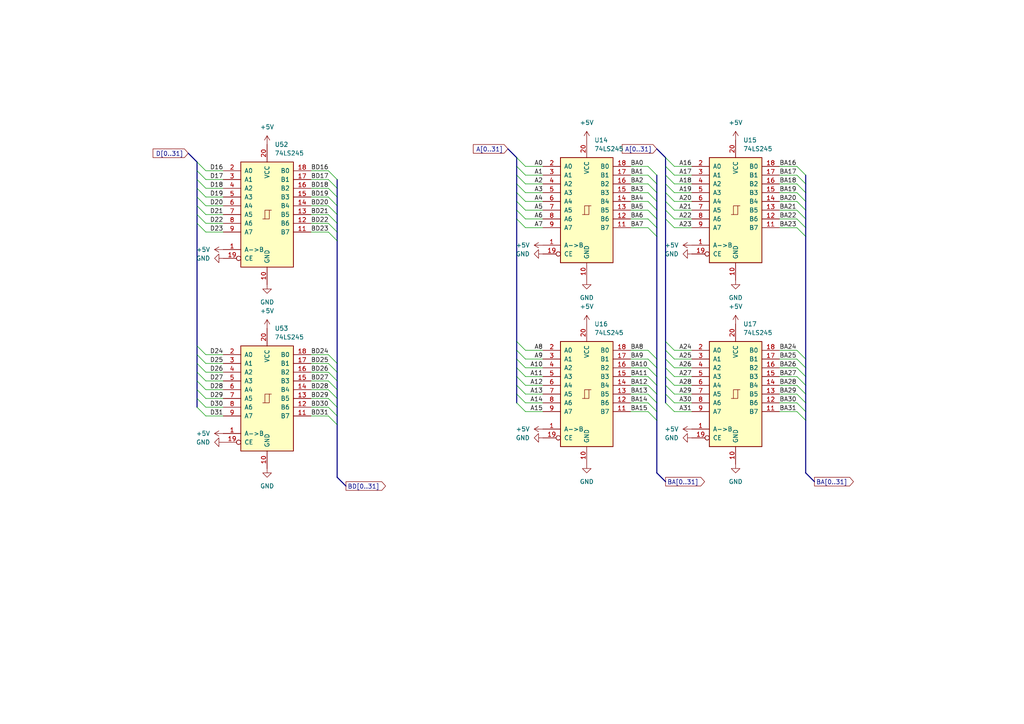
<source format=kicad_sch>
(kicad_sch (version 20231120) (generator "eeschema") (generator_version "8.0")
  (paper "A4")
  (lib_symbols
    (symbol "74xx:74LS245" (pin_names (offset 1.016))
      (property "Reference" "U" (at -7.62 16.51 0))
      (property "Value" "74LS245" (at -7.62 -16.51 0))
      (symbol "74LS245_1_0"
        (polyline (pts (xy -0.635 -1.27) (xy -0.635 1.27) (xy 0.635 1.27)))
        (polyline (pts (xy -1.27 -1.27) (xy 0.635 -1.27) (xy 0.635 1.27) (xy 1.27 1.27)))
        (pin input line (at -12.7 -10.16 0) (length 5.08) (name "A->B") (number "1"))
        (pin power_in line (at 0 -20.32 90) (length 5.08) (name "GND") (number "10"))
        (pin tri_state line (at 12.7 -5.08 180) (length 5.08) (name "B7") (number "11"))
        (pin tri_state line (at 12.7 -2.54 180) (length 5.08) (name "B6") (number "12"))
        (pin tri_state line (at 12.7 0 180) (length 5.08) (name "B5") (number "13"))
        (pin tri_state line (at 12.7 2.54 180) (length 5.08) (name "B4") (number "14"))
        (pin tri_state line (at 12.7 5.08 180) (length 5.08) (name "B3") (number "15"))
        (pin tri_state line (at 12.7 7.62 180) (length 5.08) (name "B2") (number "16"))
        (pin tri_state line (at 12.7 10.16 180) (length 5.08) (name "B1") (number "17"))
        (pin tri_state line (at 12.7 12.7 180) (length 5.08) (name "B0") (number "18"))
        (pin input inverted (at -12.7 -12.7 0) (length 5.08) (name "CE") (number "19"))
        (pin tri_state line (at -12.7 12.7 0) (length 5.08) (name "A0") (number "2"))
        (pin power_in line (at 0 20.32 270) (length 5.08) (name "VCC") (number "20"))
        (pin tri_state line (at -12.7 10.16 0) (length 5.08) (name "A1") (number "3"))
        (pin tri_state line (at -12.7 7.62 0) (length 5.08) (name "A2") (number "4"))
        (pin tri_state line (at -12.7 5.08 0) (length 5.08) (name "A3") (number "5"))
        (pin tri_state line (at -12.7 2.54 0) (length 5.08) (name "A4") (number "6"))
        (pin tri_state line (at -12.7 0 0) (length 5.08) (name "A5") (number "7"))
        (pin tri_state line (at -12.7 -2.54 0) (length 5.08) (name "A6") (number "8"))
        (pin tri_state line (at -12.7 -5.08 0) (length 5.08) (name "A7") (number "9"))
      )
      (symbol "74LS245_1_1"
        (rectangle (start -7.62 15.24) (end 7.62 -15.24) (stroke (width 0.254)) (fill (type background)))
      )
    )
    (symbol "power:+5V" (power) (pin_names (offset 0))
      (property "Value" "+5V" (at 0 3.556 0))
      (symbol "+5V_0_1"
        (polyline (pts (xy -0.762 1.27) (xy 0 2.54)))
        (polyline (pts (xy 0 0) (xy 0 2.54)))
        (polyline (pts (xy 0 2.54) (xy 0.762 1.27)))
      )
      (symbol "+5V_1_1"
        (pin power_in line (at 0 0 90) (length 0) hide (name "+5V") (number "1"))
      )
    )
    (symbol "power:GND" (power) (pin_names (offset 0))
      (property "Value" "GND" (at 0 -3.81 0))
      (symbol "GND_0_1"
        (polyline (pts (xy 0 0) (xy 0 -1.27) (xy 1.27 -1.27) (xy 0 -2.54) (xy -1.27 -1.27) (xy 0 -1.27)))
      )
      (symbol "GND_1_1"
        (pin power_in line (at 0 0 270) (length 0) hide (name "GND") (number "1"))
      )
    )
  )
  (bus_entry (at 152.4 114.3) (size -2.54 -2.54))
  (bus_entry (at 231.14 106.68) (size 2.54 2.54))
  (bus_entry (at 95.25 62.23) (size 2.54 2.54))
  (bus_entry (at 152.4 58.42) (size -2.54 -2.54))
  (bus_entry (at 152.4 104.14) (size -2.54 -2.54))
  (bus_entry (at 95.25 113.03) (size 2.54 2.54))
  (bus_entry (at 231.14 50.8) (size 2.54 2.54))
  (bus_entry (at 187.96 55.88) (size 2.54 2.54))
  (bus_entry (at 95.25 59.69) (size 2.54 2.54))
  (bus_entry (at 195.58 111.76) (size -2.54 -2.54))
  (bus_entry (at 152.4 48.26) (size -2.54 -2.54))
  (bus_entry (at 195.58 104.14) (size -2.54 -2.54))
  (bus_entry (at 231.14 111.76) (size 2.54 2.54))
  (bus_entry (at 95.25 107.95) (size 2.54 2.54))
  (bus_entry (at 152.4 60.96) (size -2.54 -2.54))
  (bus_entry (at 152.4 109.22) (size -2.54 -2.54))
  (bus_entry (at 187.96 114.3) (size 2.54 2.54))
  (bus_entry (at 187.96 101.6) (size 2.54 2.54))
  (bus_entry (at 59.69 113.03) (size -2.54 -2.54))
  (bus_entry (at 187.96 109.22) (size 2.54 2.54))
  (bus_entry (at 195.58 114.3) (size -2.54 -2.54))
  (bus_entry (at 187.96 63.5) (size 2.54 2.54))
  (bus_entry (at 187.96 116.84) (size 2.54 2.54))
  (bus_entry (at 231.14 101.6) (size 2.54 2.54))
  (bus_entry (at 195.58 119.38) (size -2.54 -2.54))
  (bus_entry (at 95.25 105.41) (size 2.54 2.54))
  (bus_entry (at 187.96 60.96) (size 2.54 2.54))
  (bus_entry (at 152.4 50.8) (size -2.54 -2.54))
  (bus_entry (at 231.14 114.3) (size 2.54 2.54))
  (bus_entry (at 187.96 104.14) (size 2.54 2.54))
  (bus_entry (at 187.96 48.26) (size 2.54 2.54))
  (bus_entry (at 231.14 60.96) (size 2.54 2.54))
  (bus_entry (at 59.69 102.87) (size -2.54 -2.54))
  (bus_entry (at 187.96 50.8) (size 2.54 2.54))
  (bus_entry (at 195.58 66.04) (size -2.54 -2.54))
  (bus_entry (at 95.25 64.77) (size 2.54 2.54))
  (bus_entry (at 95.25 57.15) (size 2.54 2.54))
  (bus_entry (at 195.58 116.84) (size -2.54 -2.54))
  (bus_entry (at 59.69 52.07) (size -2.54 -2.54))
  (bus_entry (at 152.4 111.76) (size -2.54 -2.54))
  (bus_entry (at 187.96 66.04) (size 2.54 2.54))
  (bus_entry (at 187.96 106.68) (size 2.54 2.54))
  (bus_entry (at 59.69 64.77) (size -2.54 -2.54))
  (bus_entry (at 152.4 106.68) (size -2.54 -2.54))
  (bus_entry (at 152.4 66.04) (size -2.54 -2.54))
  (bus_entry (at 187.96 111.76) (size 2.54 2.54))
  (bus_entry (at 195.58 55.88) (size -2.54 -2.54))
  (bus_entry (at 195.58 63.5) (size -2.54 -2.54))
  (bus_entry (at 95.25 54.61) (size 2.54 2.54))
  (bus_entry (at 59.69 57.15) (size -2.54 -2.54))
  (bus_entry (at 95.25 120.65) (size 2.54 2.54))
  (bus_entry (at 152.4 55.88) (size -2.54 -2.54))
  (bus_entry (at 231.14 104.14) (size 2.54 2.54))
  (bus_entry (at 95.25 110.49) (size 2.54 2.54))
  (bus_entry (at 59.69 54.61) (size -2.54 -2.54))
  (bus_entry (at 59.69 62.23) (size -2.54 -2.54))
  (bus_entry (at 152.4 53.34) (size -2.54 -2.54))
  (bus_entry (at 95.25 102.87) (size 2.54 2.54))
  (bus_entry (at 195.58 58.42) (size -2.54 -2.54))
  (bus_entry (at 195.58 53.34) (size -2.54 -2.54))
  (bus_entry (at 152.4 101.6) (size -2.54 -2.54))
  (bus_entry (at 231.14 119.38) (size 2.54 2.54))
  (bus_entry (at 231.14 116.84) (size 2.54 2.54))
  (bus_entry (at 59.69 67.31) (size -2.54 -2.54))
  (bus_entry (at 59.69 59.69) (size -2.54 -2.54))
  (bus_entry (at 231.14 48.26) (size 2.54 2.54))
  (bus_entry (at 195.58 106.68) (size -2.54 -2.54))
  (bus_entry (at 152.4 116.84) (size -2.54 -2.54))
  (bus_entry (at 59.69 107.95) (size -2.54 -2.54))
  (bus_entry (at 195.58 50.8) (size -2.54 -2.54))
  (bus_entry (at 59.69 115.57) (size -2.54 -2.54))
  (bus_entry (at 187.96 53.34) (size 2.54 2.54))
  (bus_entry (at 195.58 101.6) (size -2.54 -2.54))
  (bus_entry (at 59.69 120.65) (size -2.54 -2.54))
  (bus_entry (at 187.96 119.38) (size 2.54 2.54))
  (bus_entry (at 152.4 119.38) (size -2.54 -2.54))
  (bus_entry (at 59.69 118.11) (size -2.54 -2.54))
  (bus_entry (at 95.25 49.53) (size 2.54 2.54))
  (bus_entry (at 95.25 118.11) (size 2.54 2.54))
  (bus_entry (at 95.25 52.07) (size 2.54 2.54))
  (bus_entry (at 59.69 105.41) (size -2.54 -2.54))
  (bus_entry (at 231.14 63.5) (size 2.54 2.54))
  (bus_entry (at 95.25 115.57) (size 2.54 2.54))
  (bus_entry (at 59.69 49.53) (size -2.54 -2.54))
  (bus_entry (at 187.96 58.42) (size 2.54 2.54))
  (bus_entry (at 195.58 48.26) (size -2.54 -2.54))
  (bus_entry (at 231.14 109.22) (size 2.54 2.54))
  (bus_entry (at 195.58 60.96) (size -2.54 -2.54))
  (bus_entry (at 59.69 110.49) (size -2.54 -2.54))
  (bus_entry (at 231.14 55.88) (size 2.54 2.54))
  (bus_entry (at 195.58 109.22) (size -2.54 -2.54))
  (bus_entry (at 231.14 66.04) (size 2.54 2.54))
  (bus_entry (at 152.4 63.5) (size -2.54 -2.54))
  (bus_entry (at 95.25 67.31) (size 2.54 2.54))
  (bus_entry (at 231.14 58.42) (size 2.54 2.54))
  (bus_entry (at 231.14 53.34) (size 2.54 2.54))
  (bus (pts (xy 149.86 60.96) (xy 149.86 63.5)))
  (wire (pts (xy 187.96 106.68) (xy 182.88 106.68)))
  (bus (pts (xy 193.04 55.88) (xy 193.04 58.42)))
  (wire (pts (xy 187.96 101.6) (xy 182.88 101.6)))
  (bus (pts (xy 233.68 68.58) (xy 233.68 104.14)))
  (wire (pts (xy 95.25 110.49) (xy 90.17 110.49)))
  (bus (pts (xy 97.79 67.31) (xy 97.79 69.85)))
  (wire (pts (xy 95.25 115.57) (xy 90.17 115.57)))
  (bus (pts (xy 190.5 66.04) (xy 190.5 68.58)))
  (bus (pts (xy 97.79 57.15) (xy 97.79 59.69)))
  (wire (pts (xy 59.69 120.65) (xy 64.77 120.65)))
  (bus (pts (xy 190.5 50.8) (xy 190.5 53.34)))
  (bus (pts (xy 57.15 49.53) (xy 57.15 52.07)))
  (wire (pts (xy 195.58 109.22) (xy 200.66 109.22)))
  (bus (pts (xy 193.04 106.68) (xy 193.04 104.14)))
  (bus (pts (xy 57.15 52.07) (xy 57.15 54.61)))
  (bus (pts (xy 97.79 52.07) (xy 97.79 54.61)))
  (wire (pts (xy 195.58 106.68) (xy 200.66 106.68)))
  (wire (pts (xy 187.96 114.3) (xy 182.88 114.3)))
  (wire (pts (xy 95.25 113.03) (xy 90.17 113.03)))
  (bus (pts (xy 97.79 113.03) (xy 97.79 115.57)))
  (bus (pts (xy 57.15 46.99) (xy 57.15 49.53)))
  (wire (pts (xy 195.58 119.38) (xy 200.66 119.38)))
  (bus (pts (xy 149.86 53.34) (xy 149.86 55.88)))
  (wire (pts (xy 152.4 58.42) (xy 157.48 58.42)))
  (wire (pts (xy 59.69 115.57) (xy 64.77 115.57)))
  (wire (pts (xy 59.69 113.03) (xy 64.77 113.03)))
  (wire (pts (xy 187.96 60.96) (xy 182.88 60.96)))
  (bus (pts (xy 193.04 58.42) (xy 193.04 60.96)))
  (wire (pts (xy 195.58 60.96) (xy 200.66 60.96)))
  (bus (pts (xy 193.04 109.22) (xy 193.04 106.68)))
  (bus (pts (xy 57.15 118.11) (xy 57.15 115.57)))
  (bus (pts (xy 149.86 111.76) (xy 149.86 114.3)))
  (bus (pts (xy 97.79 59.69) (xy 97.79 62.23)))
  (wire (pts (xy 195.58 116.84) (xy 200.66 116.84)))
  (wire (pts (xy 59.69 62.23) (xy 64.77 62.23)))
  (wire (pts (xy 187.96 66.04) (xy 182.88 66.04)))
  (wire (pts (xy 187.96 50.8) (xy 182.88 50.8)))
  (bus (pts (xy 149.86 114.3) (xy 149.86 116.84)))
  (wire (pts (xy 152.4 114.3) (xy 157.48 114.3)))
  (wire (pts (xy 95.25 64.77) (xy 90.17 64.77)))
  (wire (pts (xy 231.14 50.8) (xy 226.06 50.8)))
  (bus (pts (xy 193.04 116.84) (xy 193.04 114.3)))
  (bus (pts (xy 193.04 111.76) (xy 193.04 109.22)))
  (wire (pts (xy 59.69 102.87) (xy 64.77 102.87)))
  (wire (pts (xy 59.69 105.41) (xy 64.77 105.41)))
  (wire (pts (xy 231.14 104.14) (xy 226.06 104.14)))
  (wire (pts (xy 95.25 54.61) (xy 90.17 54.61)))
  (bus (pts (xy 57.15 62.23) (xy 57.15 64.77)))
  (wire (pts (xy 95.25 107.95) (xy 90.17 107.95)))
  (wire (pts (xy 231.14 119.38) (xy 226.06 119.38)))
  (bus (pts (xy 149.86 58.42) (xy 149.86 60.96)))
  (bus (pts (xy 97.79 110.49) (xy 97.79 113.03)))
  (bus (pts (xy 149.86 45.72) (xy 149.86 48.26)))
  (bus (pts (xy 57.15 46.99) (xy 54.61 44.45)))
  (wire (pts (xy 152.4 60.96) (xy 157.48 60.96)))
  (bus (pts (xy 233.68 114.3) (xy 233.68 116.84)))
  (wire (pts (xy 187.96 109.22) (xy 182.88 109.22)))
  (wire (pts (xy 195.58 66.04) (xy 200.66 66.04)))
  (bus (pts (xy 233.68 116.84) (xy 233.68 119.38)))
  (bus (pts (xy 193.04 45.72) (xy 193.04 48.26)))
  (bus (pts (xy 233.68 106.68) (xy 233.68 109.22)))
  (wire (pts (xy 231.14 109.22) (xy 226.06 109.22)))
  (bus (pts (xy 190.5 63.5) (xy 190.5 66.04)))
  (wire (pts (xy 59.69 49.53) (xy 64.77 49.53)))
  (wire (pts (xy 95.25 57.15) (xy 90.17 57.15)))
  (wire (pts (xy 187.96 48.26) (xy 182.88 48.26)))
  (bus (pts (xy 97.79 115.57) (xy 97.79 118.11)))
  (bus (pts (xy 97.79 123.19) (xy 97.79 138.43)))
  (wire (pts (xy 187.96 111.76) (xy 182.88 111.76)))
  (bus (pts (xy 233.68 104.14) (xy 233.68 106.68)))
  (bus (pts (xy 97.79 62.23) (xy 97.79 64.77)))
  (bus (pts (xy 57.15 64.77) (xy 57.15 100.33)))
  (wire (pts (xy 187.96 63.5) (xy 182.88 63.5)))
  (wire (pts (xy 95.25 67.31) (xy 90.17 67.31)))
  (wire (pts (xy 152.4 109.22) (xy 157.48 109.22)))
  (bus (pts (xy 57.15 57.15) (xy 57.15 59.69)))
  (wire (pts (xy 231.14 48.26) (xy 226.06 48.26)))
  (bus (pts (xy 193.04 60.96) (xy 193.04 63.5)))
  (wire (pts (xy 195.58 50.8) (xy 200.66 50.8)))
  (wire (pts (xy 231.14 60.96) (xy 226.06 60.96)))
  (bus (pts (xy 190.5 106.68) (xy 190.5 109.22)))
  (wire (pts (xy 231.14 58.42) (xy 226.06 58.42)))
  (wire (pts (xy 59.69 54.61) (xy 64.77 54.61)))
  (wire (pts (xy 231.14 111.76) (xy 226.06 111.76)))
  (wire (pts (xy 59.69 67.31) (xy 64.77 67.31)))
  (wire (pts (xy 152.4 111.76) (xy 157.48 111.76)))
  (bus (pts (xy 193.04 53.34) (xy 193.04 55.88)))
  (bus (pts (xy 233.68 53.34) (xy 233.68 55.88)))
  (wire (pts (xy 187.96 116.84) (xy 182.88 116.84)))
  (wire (pts (xy 195.58 104.14) (xy 200.66 104.14)))
  (bus (pts (xy 193.04 104.14) (xy 193.04 101.6)))
  (wire (pts (xy 95.25 102.87) (xy 90.17 102.87)))
  (bus (pts (xy 190.5 104.14) (xy 190.5 106.68)))
  (bus (pts (xy 57.15 102.87) (xy 57.15 100.33)))
  (bus (pts (xy 97.79 69.85) (xy 97.79 105.41)))
  (bus (pts (xy 193.04 48.26) (xy 193.04 50.8)))
  (bus (pts (xy 233.68 60.96) (xy 233.68 63.5)))
  (wire (pts (xy 195.58 48.26) (xy 200.66 48.26)))
  (bus (pts (xy 233.68 58.42) (xy 233.68 60.96)))
  (bus (pts (xy 149.86 50.8) (xy 149.86 53.34)))
  (bus (pts (xy 233.68 55.88) (xy 233.68 58.42)))
  (bus (pts (xy 149.86 55.88) (xy 149.86 58.42)))
  (bus (pts (xy 233.68 50.8) (xy 233.68 53.34)))
  (bus (pts (xy 57.15 110.49) (xy 57.15 107.95)))
  (bus (pts (xy 190.5 109.22) (xy 190.5 111.76)))
  (wire (pts (xy 231.14 66.04) (xy 226.06 66.04)))
  (wire (pts (xy 152.4 53.34) (xy 157.48 53.34)))
  (wire (pts (xy 231.14 53.34) (xy 226.06 53.34)))
  (bus (pts (xy 149.86 99.06) (xy 149.86 101.6)))
  (bus (pts (xy 193.04 101.6) (xy 193.04 99.06)))
  (bus (pts (xy 190.5 116.84) (xy 190.5 119.38)))
  (bus (pts (xy 190.5 60.96) (xy 190.5 63.5)))
  (wire (pts (xy 152.4 119.38) (xy 157.48 119.38)))
  (bus (pts (xy 190.5 111.76) (xy 190.5 114.3)))
  (wire (pts (xy 59.69 59.69) (xy 64.77 59.69)))
  (bus (pts (xy 149.86 45.72) (xy 147.32 43.18)))
  (wire (pts (xy 152.4 101.6) (xy 157.48 101.6)))
  (bus (pts (xy 190.5 114.3) (xy 190.5 116.84)))
  (bus (pts (xy 233.68 111.76) (xy 233.68 114.3)))
  (wire (pts (xy 231.14 116.84) (xy 226.06 116.84)))
  (wire (pts (xy 95.25 52.07) (xy 90.17 52.07)))
  (wire (pts (xy 95.25 118.11) (xy 90.17 118.11)))
  (bus (pts (xy 193.04 50.8) (xy 193.04 53.34)))
  (bus (pts (xy 193.04 63.5) (xy 193.04 99.06)))
  (bus (pts (xy 97.79 138.43) (xy 100.33 140.97)))
  (wire (pts (xy 187.96 53.34) (xy 182.88 53.34)))
  (bus (pts (xy 149.86 109.22) (xy 149.86 111.76)))
  (bus (pts (xy 190.5 58.42) (xy 190.5 60.96)))
  (bus (pts (xy 57.15 107.95) (xy 57.15 105.41)))
  (bus (pts (xy 233.68 63.5) (xy 233.68 66.04)))
  (wire (pts (xy 152.4 48.26) (xy 157.48 48.26)))
  (bus (pts (xy 57.15 54.61) (xy 57.15 57.15)))
  (wire (pts (xy 59.69 118.11) (xy 64.77 118.11)))
  (wire (pts (xy 187.96 58.42) (xy 182.88 58.42)))
  (bus (pts (xy 190.5 55.88) (xy 190.5 58.42)))
  (bus (pts (xy 57.15 115.57) (xy 57.15 113.03)))
  (wire (pts (xy 195.58 58.42) (xy 200.66 58.42)))
  (bus (pts (xy 193.04 45.72) (xy 190.5 43.18)))
  (bus (pts (xy 190.5 119.38) (xy 190.5 121.92)))
  (wire (pts (xy 231.14 55.88) (xy 226.06 55.88)))
  (wire (pts (xy 195.58 114.3) (xy 200.66 114.3)))
  (wire (pts (xy 195.58 101.6) (xy 200.66 101.6)))
  (wire (pts (xy 95.25 105.41) (xy 90.17 105.41)))
  (wire (pts (xy 152.4 104.14) (xy 157.48 104.14)))
  (bus (pts (xy 97.79 105.41) (xy 97.79 107.95)))
  (bus (pts (xy 149.86 101.6) (xy 149.86 104.14)))
  (bus (pts (xy 57.15 113.03) (xy 57.15 110.49)))
  (bus (pts (xy 57.15 59.69) (xy 57.15 62.23)))
  (bus (pts (xy 233.68 119.38) (xy 233.68 121.92)))
  (wire (pts (xy 95.25 49.53) (xy 90.17 49.53)))
  (bus (pts (xy 190.5 68.58) (xy 190.5 104.14)))
  (wire (pts (xy 152.4 50.8) (xy 157.48 50.8)))
  (bus (pts (xy 149.86 106.68) (xy 149.86 109.22)))
  (wire (pts (xy 195.58 55.88) (xy 200.66 55.88)))
  (wire (pts (xy 59.69 64.77) (xy 64.77 64.77)))
  (bus (pts (xy 149.86 104.14) (xy 149.86 106.68)))
  (wire (pts (xy 59.69 107.95) (xy 64.77 107.95)))
  (wire (pts (xy 152.4 55.88) (xy 157.48 55.88)))
  (bus (pts (xy 233.68 137.16) (xy 236.22 139.7)))
  (bus (pts (xy 233.68 109.22) (xy 233.68 111.76)))
  (wire (pts (xy 152.4 63.5) (xy 157.48 63.5)))
  (bus (pts (xy 57.15 105.41) (xy 57.15 102.87)))
  (bus (pts (xy 149.86 63.5) (xy 149.86 99.06)))
  (bus (pts (xy 233.68 121.92) (xy 233.68 137.16)))
  (wire (pts (xy 95.25 62.23) (xy 90.17 62.23)))
  (bus (pts (xy 97.79 118.11) (xy 97.79 120.65)))
  (wire (pts (xy 59.69 110.49) (xy 64.77 110.49)))
  (wire (pts (xy 187.96 104.14) (xy 182.88 104.14)))
  (bus (pts (xy 97.79 64.77) (xy 97.79 67.31)))
  (wire (pts (xy 231.14 106.68) (xy 226.06 106.68)))
  (wire (pts (xy 152.4 116.84) (xy 157.48 116.84)))
  (wire (pts (xy 59.69 52.07) (xy 64.77 52.07)))
  (bus (pts (xy 190.5 137.16) (xy 193.04 139.7)))
  (wire (pts (xy 195.58 111.76) (xy 200.66 111.76)))
  (bus (pts (xy 97.79 120.65) (xy 97.79 123.19)))
  (bus (pts (xy 233.68 66.04) (xy 233.68 68.58)))
  (wire (pts (xy 187.96 119.38) (xy 182.88 119.38)))
  (wire (pts (xy 59.69 57.15) (xy 64.77 57.15)))
  (wire (pts (xy 95.25 120.65) (xy 90.17 120.65)))
  (wire (pts (xy 152.4 106.68) (xy 157.48 106.68)))
  (wire (pts (xy 231.14 63.5) (xy 226.06 63.5)))
  (wire (pts (xy 187.96 55.88) (xy 182.88 55.88)))
  (bus (pts (xy 190.5 121.92) (xy 190.5 137.16)))
  (wire (pts (xy 95.25 59.69) (xy 90.17 59.69)))
  (wire (pts (xy 195.58 63.5) (xy 200.66 63.5)))
  (wire (pts (xy 231.14 114.3) (xy 226.06 114.3)))
  (wire (pts (xy 152.4 66.04) (xy 157.48 66.04)))
  (bus (pts (xy 97.79 54.61) (xy 97.79 57.15)))
  (wire (pts (xy 195.58 53.34) (xy 200.66 53.34)))
  (bus (pts (xy 193.04 114.3) (xy 193.04 111.76)))
  (bus (pts (xy 149.86 48.26) (xy 149.86 50.8)))
  (wire (pts (xy 231.14 101.6) (xy 226.06 101.6)))
  (bus (pts (xy 97.79 107.95) (xy 97.79 110.49)))
  (bus (pts (xy 190.5 53.34) (xy 190.5 55.88)))
  (label "A3" (at 157.48 55.88 180))
  (label "A29" (at 200.66 114.3 180))
  (label "A11" (at 157.48 109.22 180))
  (label "A7" (at 157.48 66.04 180))
  (label "BA11" (at 182.88 109.22 0))
  (label "D23" (at 64.77 67.31 180))
  (label "D29" (at 64.77 115.57 180))
  (label "BA25" (at 226.06 104.14 0))
  (label "A18" (at 200.66 53.34 180))
  (label "BA17" (at 226.06 50.8 0))
  (label "BA24" (at 226.06 101.6 0))
  (label "BA26" (at 226.06 106.68 0))
  (label "BA22" (at 226.06 63.5 0))
  (label "D18" (at 64.77 54.61 180))
  (label "D22" (at 64.77 64.77 180))
  (label "A26" (at 200.66 106.68 180))
  (label "BA15" (at 182.88 119.38 0))
  (label "A10" (at 157.48 106.68 180))
  (label "BA20" (at 226.06 58.42 0))
  (label "A28" (at 200.66 111.76 180))
  (label "BD26" (at 90.17 107.95 0))
  (label "D17" (at 64.77 52.07 180))
  (label "BA30" (at 226.06 116.84 0))
  (label "A24" (at 200.66 101.6 180))
  (label "A17" (at 200.66 50.8 180))
  (label "A31" (at 200.66 119.38 180))
  (label "BA29" (at 226.06 114.3 0))
  (label "BA7" (at 182.88 66.04 0))
  (label "A5" (at 157.48 60.96 180))
  (label "A25" (at 200.66 104.14 180))
  (label "BA21" (at 226.06 60.96 0))
  (label "BD25" (at 90.17 105.41 0))
  (label "A1" (at 157.48 50.8 180))
  (label "BD31" (at 90.17 120.65 0))
  (label "BA14" (at 182.88 116.84 0))
  (label "A16" (at 200.66 48.26 180))
  (label "BD27" (at 90.17 110.49 0))
  (label "A14" (at 157.48 116.84 180))
  (label "BD24" (at 90.17 102.87 0))
  (label "A23" (at 200.66 66.04 180))
  (label "D25" (at 64.77 105.41 180))
  (label "D26" (at 64.77 107.95 180))
  (label "BD21" (at 90.17 62.23 0))
  (label "A27" (at 200.66 109.22 180))
  (label "BA12" (at 182.88 111.76 0))
  (label "A13" (at 157.48 114.3 180))
  (label "D20" (at 64.77 59.69 180))
  (label "A6" (at 157.48 63.5 180))
  (label "D27" (at 64.77 110.49 180))
  (label "A15" (at 157.48 119.38 180))
  (label "BA19" (at 226.06 55.88 0))
  (label "A20" (at 200.66 58.42 180))
  (label "BD30" (at 90.17 118.11 0))
  (label "BA1" (at 182.88 50.8 0))
  (label "BD19" (at 90.17 57.15 0))
  (label "BA10" (at 182.88 106.68 0))
  (label "A12" (at 157.48 111.76 180))
  (label "A21" (at 200.66 60.96 180))
  (label "BD28" (at 90.17 113.03 0))
  (label "A0" (at 157.48 48.26 180))
  (label "BA18" (at 226.06 53.34 0))
  (label "BD20" (at 90.17 59.69 0))
  (label "BD18" (at 90.17 54.61 0))
  (label "D24" (at 64.77 102.87 180))
  (label "BA8" (at 182.88 101.6 0))
  (label "BD16" (at 90.17 49.53 0))
  (label "D21" (at 64.77 62.23 180))
  (label "D16" (at 64.77 49.53 180))
  (label "D31" (at 64.77 120.65 180))
  (label "BA31" (at 226.06 119.38 0))
  (label "D19" (at 64.77 57.15 180))
  (label "BA5" (at 182.88 60.96 0))
  (label "BA13" (at 182.88 114.3 0))
  (label "BD29" (at 90.17 115.57 0))
  (label "BA28" (at 226.06 111.76 0))
  (label "A9" (at 157.48 104.14 180))
  (label "BA2" (at 182.88 53.34 0))
  (label "A8" (at 157.48 101.6 180))
  (label "A19" (at 200.66 55.88 180))
  (label "BA3" (at 182.88 55.88 0))
  (label "BA9" (at 182.88 104.14 0))
  (label "A30" (at 200.66 116.84 180))
  (label "BA0" (at 182.88 48.26 0))
  (label "A4" (at 157.48 58.42 180))
  (label "BA23" (at 226.06 66.04 0))
  (label "BA27" (at 226.06 109.22 0))
  (label "BA4" (at 182.88 58.42 0))
  (label "A22" (at 200.66 63.5 180))
  (label "BA16" (at 226.06 48.26 0))
  (label "A2" (at 157.48 53.34 180))
  (label "D28" (at 64.77 113.03 180))
  (label "D30" (at 64.77 118.11 180))
  (label "BA6" (at 182.88 63.5 0))
  (label "BD23" (at 90.17 67.31 0))
  (label "BD17" (at 90.17 52.07 0))
  (label "BD22" (at 90.17 64.77 0))
  (global_label "A[0..31]" (shape input) (at 190.5 43.18 180) (property "Intersheetrefs" "${INTERSHEET_REFS}" (effects (hide yes))))
  (global_label "BA[0..31]" (shape output) (at 236.22 139.7 0) (property "Intersheetrefs" "${INTERSHEET_REFS}" (effects (hide yes))))
  (global_label "BD[0..31]" (shape output) (at 100.33 140.97 0) (property "Intersheetrefs" "${INTERSHEET_REFS}" (effects (hide yes))))
  (global_label "A[0..31]" (shape input) (at 147.32 43.18 180) (property "Intersheetrefs" "${INTERSHEET_REFS}" (effects (hide yes))))
  (global_label "D[0..31]" (shape input) (at 54.61 44.45 180) (property "Intersheetrefs" "${INTERSHEET_REFS}" (effects (hide yes))))
  (global_label "BA[0..31]" (shape output) (at 193.04 139.7 0) (property "Intersheetrefs" "${INTERSHEET_REFS}" (effects (hide yes))))
  (symbol (lib_id "74xx:74LS245") (at 170.18 114.3 0) (unit 1)
    (property "Reference" "U16" (at 172.3741 93.98 0) (effects (justify left)))
    (property "Value" "74LS245" (at 172.3741 96.52 0) (effects (justify left)))
    (property "Footprint" "Package_DIP:DIP-20_W7.62mm_Socket" (effects (hide yes)))
    (property "Datasheet" "http://www.ti.com/lit/gpn/sn74LS245" (effects (hide yes)))
  )
  (symbol (lib_id "power:+5V") (at 64.77 72.39 90) (unit 1)
    (property "Reference" "#PWR0205" (effects (hide yes)))
    (property "Value" "+5V" (at 60.96 72.39 90) (effects (justify left)))
  )
  (symbol (lib_id "power:GND") (at 157.48 127 270) (mirror x) (unit 1)
    (property "Reference" "#PWR083" (effects (hide yes)))
    (property "Value" "GND" (at 153.67 127 90) (effects (justify right)))
  )
  (symbol (lib_id "power:+5V") (at 77.47 41.91 0) (unit 1)
    (property "Reference" "#PWR0169" (effects (hide yes)))
    (property "Value" "+5V" (at 77.47 36.83 0))
  )
  (symbol (lib_id "power:+5V") (at 170.18 93.98 0) (unit 1)
    (property "Reference" "#PWR080" (effects (hide yes)))
    (property "Value" "+5V" (at 170.18 88.9 0))
  )
  (symbol (lib_id "power:+5V") (at 170.18 40.64 0) (unit 1)
    (property "Reference" "#PWR074" (effects (hide yes)))
    (property "Value" "+5V" (at 170.18 35.56 0))
  )
  (symbol (lib_id "74xx:74LS245") (at 77.47 115.57 0) (unit 1)
    (property "Reference" "U53" (at 79.6641 95.25 0) (effects (justify left)))
    (property "Value" "74LS245" (at 79.6641 97.79 0) (effects (justify left)))
    (property "Footprint" "Package_DIP:DIP-20_W7.62mm_Socket" (effects (hide yes)))
    (property "Datasheet" "http://www.ti.com/lit/gpn/sn74LS245" (effects (hide yes)))
  )
  (symbol (lib_id "74xx:74LS245") (at 213.36 114.3 0) (unit 1)
    (property "Reference" "U17" (at 215.5541 93.98 0) (effects (justify left)))
    (property "Value" "74LS245" (at 215.5541 96.52 0) (effects (justify left)))
    (property "Footprint" "Package_DIP:DIP-20_W7.62mm_Socket" (effects (hide yes)))
    (property "Datasheet" "http://www.ti.com/lit/gpn/sn74LS245" (effects (hide yes)))
  )
  (symbol (lib_id "power:+5V") (at 64.77 125.73 90) (unit 1)
    (property "Reference" "#PWR0212" (effects (hide yes)))
    (property "Value" "+5V" (at 60.96 125.73 90) (effects (justify left)))
  )
  (symbol (lib_id "power:+5V") (at 77.47 95.25 0) (unit 1)
    (property "Reference" "#PWR0211" (effects (hide yes)))
    (property "Value" "+5V" (at 77.47 90.17 0))
  )
  (symbol (lib_id "power:GND") (at 64.77 128.27 270) (mirror x) (unit 1)
    (property "Reference" "#PWR0213" (effects (hide yes)))
    (property "Value" "GND" (at 60.96 128.27 90) (effects (justify right)))
  )
  (symbol (lib_id "power:GND") (at 213.36 134.62 0) (unit 1)
    (property "Reference" "#PWR085" (effects (hide yes)))
    (property "Value" "GND" (at 213.36 139.7 0))
  )
  (symbol (lib_id "power:+5V") (at 200.66 124.46 90) (unit 1)
    (property "Reference" "#PWR0203" (effects (hide yes)))
    (property "Value" "+5V" (at 196.85 124.46 90) (effects (justify left)))
  )
  (symbol (lib_id "power:GND") (at 157.48 73.66 270) (mirror x) (unit 1)
    (property "Reference" "#PWR076" (effects (hide yes)))
    (property "Value" "GND" (at 153.67 73.66 90) (effects (justify right)))
  )
  (symbol (lib_id "power:GND") (at 170.18 81.28 0) (unit 1)
    (property "Reference" "#PWR078" (effects (hide yes)))
    (property "Value" "GND" (at 170.18 86.36 0))
  )
  (symbol (lib_id "power:GND") (at 200.66 127 270) (mirror x) (unit 1)
    (property "Reference" "#PWR0206" (effects (hide yes)))
    (property "Value" "GND" (at 196.85 127 90) (effects (justify right)))
  )
  (symbol (lib_id "power:GND") (at 200.66 73.66 270) (mirror x) (unit 1)
    (property "Reference" "#PWR0210" (effects (hide yes)))
    (property "Value" "GND" (at 196.85 73.66 90) (effects (justify right)))
  )
  (symbol (lib_id "power:+5V") (at 213.36 93.98 0) (unit 1)
    (property "Reference" "#PWR081" (effects (hide yes)))
    (property "Value" "+5V" (at 213.36 88.9 0))
  )
  (symbol (lib_id "power:GND") (at 213.36 81.28 0) (unit 1)
    (property "Reference" "#PWR079" (effects (hide yes)))
    (property "Value" "GND" (at 213.36 86.36 0))
  )
  (symbol (lib_id "power:GND") (at 77.47 135.89 0) (unit 1)
    (property "Reference" "#PWR0214" (effects (hide yes)))
    (property "Value" "GND" (at 77.47 140.97 0))
  )
  (symbol (lib_id "74xx:74LS245") (at 170.18 60.96 0) (unit 1)
    (property "Reference" "U14" (at 172.3741 40.64 0) (effects (justify left)))
    (property "Value" "74LS245" (at 172.3741 43.18 0) (effects (justify left)))
    (property "Footprint" "Package_DIP:DIP-20_W7.62mm_Socket" (effects (hide yes)))
    (property "Datasheet" "http://www.ti.com/lit/gpn/sn74LS245" (effects (hide yes)))
  )
  (symbol (lib_id "power:+5V") (at 157.48 124.46 90) (unit 1)
    (property "Reference" "#PWR082" (effects (hide yes)))
    (property "Value" "+5V" (at 153.67 124.46 90) (effects (justify left)))
  )
  (symbol (lib_id "74xx:74LS245") (at 213.36 60.96 0) (unit 1)
    (property "Reference" "U15" (at 215.5541 40.64 0) (effects (justify left)))
    (property "Value" "74LS245" (at 215.5541 43.18 0) (effects (justify left)))
    (property "Footprint" "Package_DIP:DIP-20_W7.62mm_Socket" (effects (hide yes)))
    (property "Datasheet" "http://www.ti.com/lit/gpn/sn74LS245" (effects (hide yes)))
  )
  (symbol (lib_id "power:+5V") (at 157.48 71.12 90) (unit 1)
    (property "Reference" "#PWR077" (effects (hide yes)))
    (property "Value" "+5V" (at 153.67 71.12 90) (effects (justify left)))
  )
  (symbol (lib_id "power:GND") (at 64.77 74.93 270) (mirror x) (unit 1)
    (property "Reference" "#PWR0207" (effects (hide yes)))
    (property "Value" "GND" (at 60.96 74.93 90) (effects (justify right)))
  )
  (symbol (lib_id "power:GND") (at 77.47 82.55 0) (unit 1)
    (property "Reference" "#PWR0209" (effects (hide yes)))
    (property "Value" "GND" (at 77.47 87.63 0))
  )
  (symbol (lib_id "74xx:74LS245") (at 77.47 62.23 0) (unit 1)
    (property "Reference" "U52" (at 79.6641 41.91 0) (effects (justify left)))
    (property "Value" "74LS245" (at 79.6641 44.45 0) (effects (justify left)))
    (property "Footprint" "Package_DIP:DIP-20_W7.62mm_Socket" (effects (hide yes)))
    (property "Datasheet" "http://www.ti.com/lit/gpn/sn74LS245" (effects (hide yes)))
  )
  (symbol (lib_id "power:+5V") (at 213.36 40.64 0) (unit 1)
    (property "Reference" "#PWR075" (effects (hide yes)))
    (property "Value" "+5V" (at 213.36 35.56 0))
  )
  (symbol (lib_id "power:+5V") (at 200.66 71.12 90) (unit 1)
    (property "Reference" "#PWR0208" (effects (hide yes)))
    (property "Value" "+5V" (at 196.85 71.12 90) (effects (justify left)))
  )
  (symbol (lib_id "power:GND") (at 170.18 134.62 0) (unit 1)
    (property "Reference" "#PWR084" (effects (hide yes)))
    (property "Value" "GND" (at 170.18 139.7 0))
  )
)
</source>
